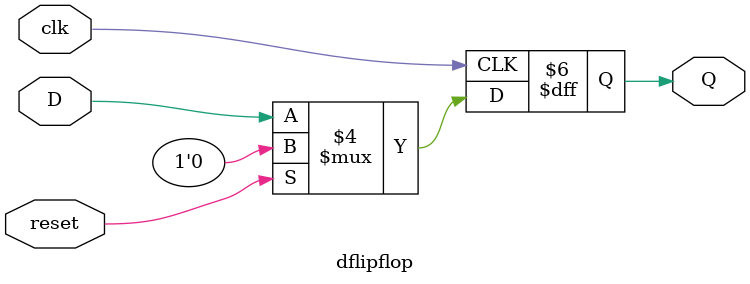
<source format=v>
module dflipflop(reset, clk, D, Q);

    input reset, clk, D;
    output reg Q;

    always @(posedge clk) begin
      if (reset == 1'b1) begin
        Q <= 1'b0;
      end
      else begin
        Q <= D;
      end
    end

endmodule
</source>
